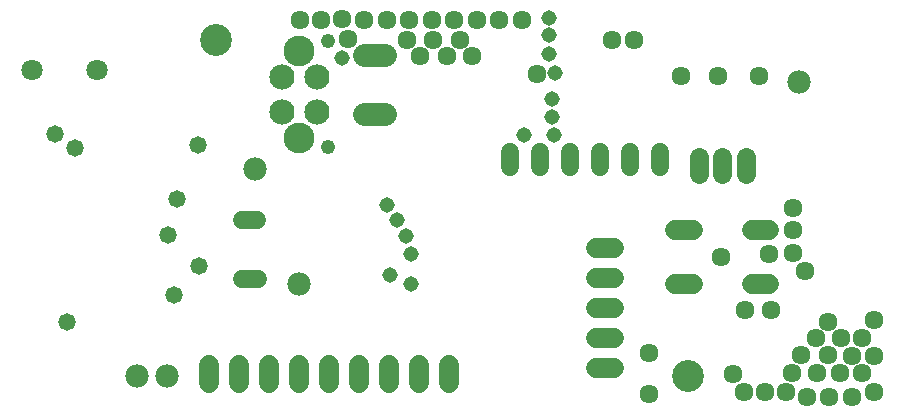
<source format=gbs>
G75*
G70*
%OFA0B0*%
%FSLAX24Y24*%
%IPPOS*%
%LPD*%
%AMOC8*
5,1,8,0,0,1.08239X$1,22.5*
%
%ADD10C,0.0674*%
%ADD11C,0.0780*%
%ADD12C,0.0780*%
%ADD13C,0.0595*%
%ADD14C,0.0710*%
%ADD15C,0.0840*%
%ADD16C,0.1029*%
%ADD17C,0.0482*%
%ADD18C,0.0680*%
%ADD19C,0.0631*%
%ADD20C,0.1064*%
%ADD21C,0.0600*%
%ADD22C,0.0580*%
%ADD23C,0.0634*%
%ADD24C,0.0516*%
D10*
X024704Y005356D02*
X025298Y005356D01*
X027263Y005356D02*
X027857Y005356D01*
X027857Y007128D02*
X027263Y007128D01*
X025298Y007128D02*
X024704Y007128D01*
D11*
X028850Y012089D03*
X012180Y005349D03*
X007761Y002259D03*
X006761Y002259D03*
X010700Y009189D03*
D12*
X014355Y010997D02*
X015055Y010997D01*
X015055Y012989D02*
X014355Y012989D01*
D13*
X010786Y007464D02*
X010271Y007462D01*
X010282Y005493D02*
X010797Y005496D01*
D14*
X005447Y012483D03*
X003282Y012483D03*
D15*
X011593Y012242D03*
X012774Y012242D03*
X012774Y011061D03*
X011593Y011061D03*
D16*
X012183Y010222D03*
X012183Y013096D03*
D17*
X013144Y013431D03*
X013144Y009892D03*
D18*
X022080Y006549D02*
X022680Y006549D01*
X022680Y005549D02*
X022080Y005549D01*
X022080Y004549D02*
X022680Y004549D01*
X022680Y003549D02*
X022080Y003549D01*
X022080Y002549D02*
X022680Y002549D01*
X017180Y002649D02*
X017180Y002049D01*
X016180Y002049D02*
X016180Y002649D01*
X015180Y002649D02*
X015180Y002049D01*
X014180Y002049D02*
X014180Y002649D01*
X013180Y002649D02*
X013180Y002049D01*
X012180Y002049D02*
X012180Y002649D01*
X011180Y002649D02*
X011180Y002049D01*
X010180Y002049D02*
X010180Y002649D01*
X009180Y002649D02*
X009180Y002049D01*
D19*
X025493Y009023D02*
X025493Y009574D01*
X026280Y009574D02*
X026280Y009023D01*
X027068Y009023D02*
X027068Y009574D01*
D20*
X025140Y002270D03*
X009392Y013490D03*
D21*
X019200Y009749D02*
X019200Y009229D01*
X020200Y009229D02*
X020200Y009749D01*
X021200Y009749D02*
X021200Y009229D01*
X022200Y009229D02*
X022200Y009749D01*
X023200Y009749D02*
X023200Y009229D01*
X024200Y009229D02*
X024200Y009749D01*
D22*
X004450Y004089D03*
X008000Y004989D03*
X008850Y005939D03*
X007800Y006989D03*
X008100Y008189D03*
X008800Y009989D03*
X004700Y009889D03*
X004050Y010339D03*
D23*
X012200Y014139D03*
X012900Y014139D03*
X013600Y014159D03*
X014350Y014139D03*
X015100Y014139D03*
X015850Y014139D03*
X015760Y013459D03*
X016200Y012939D03*
X016650Y013489D03*
X017100Y012939D03*
X017550Y013489D03*
X017950Y012939D03*
X018100Y014139D03*
X017350Y014139D03*
X016600Y014139D03*
X018850Y014139D03*
X019600Y014139D03*
X020100Y012339D03*
X022600Y013489D03*
X023350Y013489D03*
X024900Y012289D03*
X026150Y012289D03*
X027500Y012289D03*
X028650Y007889D03*
X028650Y007139D03*
X028650Y006389D03*
X027850Y006339D03*
X029050Y005789D03*
X027900Y004489D03*
X027050Y004489D03*
X028900Y002989D03*
X029400Y003539D03*
X029800Y004089D03*
X030250Y003539D03*
X030600Y002939D03*
X030950Y003539D03*
X031350Y002939D03*
X030950Y002389D03*
X030200Y002389D03*
X029450Y002389D03*
X029800Y002989D03*
X028605Y002379D03*
X028400Y001739D03*
X027700Y001739D03*
X027000Y001739D03*
X026650Y002339D03*
X029100Y001589D03*
X029850Y001589D03*
X030600Y001589D03*
X031350Y001739D03*
X031350Y004139D03*
X026250Y006239D03*
X023850Y003039D03*
X023850Y001689D03*
X013815Y013519D03*
D24*
X013595Y012874D03*
X019660Y010309D03*
X020660Y010309D03*
X020610Y010909D03*
X020610Y011509D03*
X020710Y012359D03*
X020510Y013009D03*
X020505Y013639D03*
X020510Y014209D03*
X015100Y007989D03*
X015450Y007489D03*
X015750Y006939D03*
X015900Y006339D03*
X015200Y005639D03*
X015900Y005339D03*
M02*

</source>
